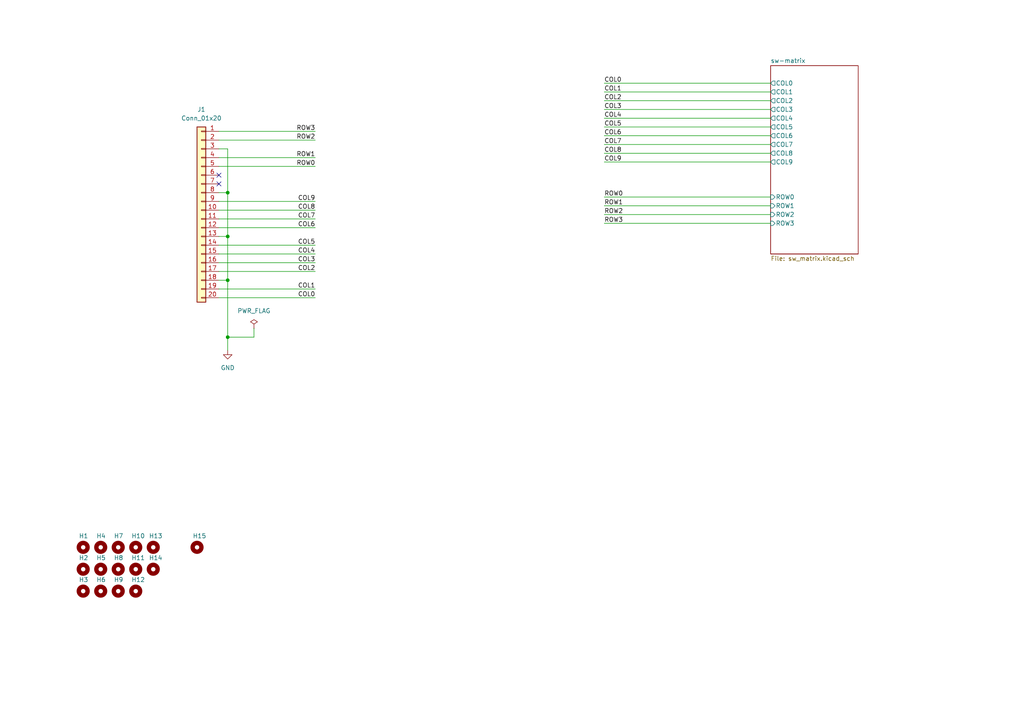
<source format=kicad_sch>
(kicad_sch (version 20250114) (generator "eeschema") (generator_version "9.0")
  (paper "A4")
  (lib_symbols
    (symbol "Connector_Generic:Conn_01x20" (pin_names (offset 1.016) (hide yes))
      (property "Reference" "J" (at 0 25.4 0))
      (property "Value" "Conn_01x20" (at 0 -27.94 0))
      (symbol "Conn_01x20_1_1"
        (rectangle (start -1.27 24.13) (end 1.27 -26.67) (stroke (width 0.254)) (fill (type background)))
        (rectangle (start -1.27 22.987) (end 0 22.733) (stroke (width 0.1524)))
        (rectangle (start -1.27 20.447) (end 0 20.193) (stroke (width 0.1524)))
        (rectangle (start -1.27 17.907) (end 0 17.653) (stroke (width 0.1524)))
        (rectangle (start -1.27 15.367) (end 0 15.113) (stroke (width 0.1524)))
        (rectangle (start -1.27 12.827) (end 0 12.573) (stroke (width 0.1524)))
        (rectangle (start -1.27 10.287) (end 0 10.033) (stroke (width 0.1524)))
        (rectangle (start -1.27 7.747) (end 0 7.493) (stroke (width 0.1524)))
        (rectangle (start -1.27 5.207) (end 0 4.953) (stroke (width 0.1524)))
        (rectangle (start -1.27 2.667) (end 0 2.413) (stroke (width 0.1524)))
        (rectangle (start -1.27 0.127) (end 0 -0.127) (stroke (width 0.1524)))
        (rectangle (start -1.27 -2.413) (end 0 -2.667) (stroke (width 0.1524)))
        (rectangle (start -1.27 -4.953) (end 0 -5.207) (stroke (width 0.1524)))
        (rectangle (start -1.27 -7.493) (end 0 -7.747) (stroke (width 0.1524)))
        (rectangle (start -1.27 -10.033) (end 0 -10.287) (stroke (width 0.1524)))
        (rectangle (start -1.27 -12.573) (end 0 -12.827) (stroke (width 0.1524)))
        (rectangle (start -1.27 -15.113) (end 0 -15.367) (stroke (width 0.1524)))
        (rectangle (start -1.27 -17.653) (end 0 -17.907) (stroke (width 0.1524)))
        (rectangle (start -1.27 -20.193) (end 0 -20.447) (stroke (width 0.1524)))
        (rectangle (start -1.27 -22.733) (end 0 -22.987) (stroke (width 0.1524)))
        (rectangle (start -1.27 -25.273) (end 0 -25.527) (stroke (width 0.1524)))
        (pin passive line (at -5.08 22.86 0) (length 3.81) (name "Pin_1") (number "1"))
        (pin passive line (at -5.08 20.32 0) (length 3.81) (name "Pin_2") (number "2"))
        (pin passive line (at -5.08 17.78 0) (length 3.81) (name "Pin_3") (number "3"))
        (pin passive line (at -5.08 15.24 0) (length 3.81) (name "Pin_4") (number "4"))
        (pin passive line (at -5.08 12.7 0) (length 3.81) (name "Pin_5") (number "5"))
        (pin passive line (at -5.08 10.16 0) (length 3.81) (name "Pin_6") (number "6"))
        (pin passive line (at -5.08 7.62 0) (length 3.81) (name "Pin_7") (number "7"))
        (pin passive line (at -5.08 5.08 0) (length 3.81) (name "Pin_8") (number "8"))
        (pin passive line (at -5.08 2.54 0) (length 3.81) (name "Pin_9") (number "9"))
        (pin passive line (at -5.08 0 0) (length 3.81) (name "Pin_10") (number "10"))
        (pin passive line (at -5.08 -2.54 0) (length 3.81) (name "Pin_11") (number "11"))
        (pin passive line (at -5.08 -5.08 0) (length 3.81) (name "Pin_12") (number "12"))
        (pin passive line (at -5.08 -7.62 0) (length 3.81) (name "Pin_13") (number "13"))
        (pin passive line (at -5.08 -10.16 0) (length 3.81) (name "Pin_14") (number "14"))
        (pin passive line (at -5.08 -12.7 0) (length 3.81) (name "Pin_15") (number "15"))
        (pin passive line (at -5.08 -15.24 0) (length 3.81) (name "Pin_16") (number "16"))
        (pin passive line (at -5.08 -17.78 0) (length 3.81) (name "Pin_17") (number "17"))
        (pin passive line (at -5.08 -20.32 0) (length 3.81) (name "Pin_18") (number "18"))
        (pin passive line (at -5.08 -22.86 0) (length 3.81) (name "Pin_19") (number "19"))
        (pin passive line (at -5.08 -25.4 0) (length 3.81) (name "Pin_20") (number "20"))
      )
    )
    (symbol "Mechanical:MountingHole" (pin_names (offset 1.016)) (exclude_from_sim yes) (in_bom no)
      (property "Reference" "H" (at 0 5.08 0))
      (property "Value" "MountingHole" (at 0 3.175 0))
      (symbol "MountingHole_0_1"
        (circle (center 0 0) (radius 1.27) (stroke (width 1.27)))
      )
    )
    (symbol "power:GND" (power) (pin_numbers (hide yes)) (pin_names (offset 0) (hide yes))
      (property "Value" "GND" (at 0 -3.81 0))
      (symbol "GND_0_1"
        (polyline (pts (xy 0 0) (xy 0 -1.27) (xy 1.27 -1.27) (xy 0 -2.54) (xy -1.27 -1.27) (xy 0 -1.27)))
      )
      (symbol "GND_1_1"
        (pin power_in line (at 0 0 270) (length 0) (name "~") (number "1"))
      )
    )
    (symbol "power:PWR_FLAG" (power) (pin_numbers (hide yes)) (pin_names (offset 0) (hide yes))
      (property "Value" "PWR_FLAG" (at 0 3.81 0))
      (symbol "PWR_FLAG_0_0"
        (pin power_out line (at 0 0 90) (length 0) (name "~") (number "1"))
      )
      (symbol "PWR_FLAG_0_1"
        (polyline (pts (xy 0 0) (xy 0 1.27) (xy -1.016 1.905) (xy 0 2.54) (xy 1.016 1.905) (xy 0 1.27)))
      )
    )
  )
  (junction (at 66.04 97.79))
  (junction (at 66.04 81.28))
  (junction (at 66.04 55.88))
  (junction (at 66.04 68.58))
  (no_connect (at 63.5 50.8))
  (no_connect (at 63.5 53.34))
  (wire (pts (xy 63.5 83.82) (xy 91.44 83.82)))
  (wire (pts (xy 175.26 26.67) (xy 223.52 26.67)))
  (wire (pts (xy 175.26 41.91) (xy 223.52 41.91)))
  (wire (pts (xy 63.5 73.66) (xy 91.44 73.66)))
  (wire (pts (xy 63.5 78.74) (xy 91.44 78.74)))
  (wire (pts (xy 63.5 68.58) (xy 66.04 68.58)))
  (wire (pts (xy 175.26 62.23) (xy 223.52 62.23)))
  (wire (pts (xy 63.5 38.1) (xy 91.44 38.1)))
  (wire (pts (xy 63.5 71.12) (xy 91.44 71.12)))
  (wire (pts (xy 63.5 60.96) (xy 91.44 60.96)))
  (wire (pts (xy 175.26 39.37) (xy 223.52 39.37)))
  (wire (pts (xy 63.5 40.64) (xy 91.44 40.64)))
  (wire (pts (xy 63.5 76.2) (xy 91.44 76.2)))
  (wire (pts (xy 63.5 63.5) (xy 91.44 63.5)))
  (wire (pts (xy 66.04 68.58) (xy 66.04 81.28)))
  (wire (pts (xy 175.26 24.13) (xy 223.52 24.13)))
  (wire (pts (xy 175.26 34.29) (xy 223.52 34.29)))
  (wire (pts (xy 63.5 55.88) (xy 66.04 55.88)))
  (wire (pts (xy 175.26 44.45) (xy 223.52 44.45)))
  (wire (pts (xy 66.04 81.28) (xy 66.04 97.79)))
  (wire (pts (xy 73.66 95.25) (xy 73.66 97.79)))
  (wire (pts (xy 63.5 48.26) (xy 91.44 48.26)))
  (wire (pts (xy 63.5 81.28) (xy 66.04 81.28)))
  (wire (pts (xy 63.5 66.04) (xy 91.44 66.04)))
  (wire (pts (xy 63.5 43.18) (xy 66.04 43.18)))
  (wire (pts (xy 175.26 59.69) (xy 223.52 59.69)))
  (wire (pts (xy 175.26 36.83) (xy 223.52 36.83)))
  (wire (pts (xy 63.5 45.72) (xy 91.44 45.72)))
  (wire (pts (xy 175.26 29.21) (xy 223.52 29.21)))
  (wire (pts (xy 175.26 31.75) (xy 223.52 31.75)))
  (wire (pts (xy 66.04 97.79) (xy 73.66 97.79)))
  (wire (pts (xy 66.04 97.79) (xy 66.04 101.6)))
  (wire (pts (xy 175.26 57.15) (xy 223.52 57.15)))
  (wire (pts (xy 66.04 43.18) (xy 66.04 55.88)))
  (wire (pts (xy 175.26 46.99) (xy 223.52 46.99)))
  (wire (pts (xy 63.5 86.36) (xy 91.44 86.36)))
  (wire (pts (xy 63.5 58.42) (xy 91.44 58.42)))
  (wire (pts (xy 175.26 64.77) (xy 223.52 64.77)))
  (wire (pts (xy 66.04 55.88) (xy 66.04 68.58)))
  (label "COL5" (at 91.44 71.12 180))
  (label "ROW0" (at 175.26 57.15 0))
  (label "ROW1" (at 175.26 59.69 0))
  (label "ROW3" (at 175.26 64.77 0))
  (label "COL9" (at 91.44 58.42 180))
  (label "ROW3" (at 91.44 38.1 180))
  (label "ROW1" (at 91.44 45.72 180))
  (label "ROW2" (at 175.26 62.23 0))
  (label "COL3" (at 91.44 76.2 180))
  (label "COL3" (at 175.26 31.75 0))
  (label "COL6" (at 91.44 66.04 180))
  (label "COL4" (at 175.26 34.29 0))
  (label "COL0" (at 175.26 24.13 0))
  (label "COL7" (at 175.26 41.91 0))
  (label "ROW0" (at 91.44 48.26 180))
  (label "COL1" (at 91.44 83.82 180))
  (label "ROW2" (at 91.44 40.64 180))
  (label "COL8" (at 175.26 44.45 0))
  (label "COL2" (at 175.26 29.21 0))
  (label "COL9" (at 175.26 46.99 0))
  (label "COL6" (at 175.26 39.37 0))
  (label "COL2" (at 91.44 78.74 180))
  (label "COL7" (at 91.44 63.5 180))
  (label "COL5" (at 175.26 36.83 0))
  (label "COL4" (at 91.44 73.66 180))
  (label "COL8" (at 91.44 60.96 180))
  (label "COL1" (at 175.26 26.67 0))
  (label "COL0" (at 91.44 86.36 180))
  (symbol (lib_id "Mechanical:MountingHole") (at 34.29 165.1 0) (unit 1) (exclude_from_sim yes) (in_bom no)
    (property "Reference" "H8" (at 33.02 161.798 0) (effects (justify left)))
    (property "Value" "MountingHole" (effects (hide yes)))
    (property "Footprint" "my_keyswitch:my_MountingHole_2.2mm_M2" (effects (hide yes)))
    (property "Description" "Mounting Hole without connection" (effects (hide yes)))
  )
  (symbol (lib_id "Mechanical:MountingHole") (at 44.45 158.75 0) (unit 1) (exclude_from_sim yes) (in_bom no)
    (property "Reference" "H13" (at 43.18 155.448 0) (effects (justify left)))
    (property "Value" "MountingHole" (effects (hide yes)))
    (property "Footprint" "my_keyswitch:my_MountingHole_2.2mm_M2" (effects (hide yes)))
    (property "Description" "Mounting Hole without connection" (effects (hide yes)))
  )
  (symbol (lib_id "Mechanical:MountingHole") (at 39.37 158.75 0) (unit 1) (exclude_from_sim yes) (in_bom no)
    (property "Reference" "H10" (at 38.1 155.448 0) (effects (justify left)))
    (property "Value" "MountingHole" (effects (hide yes)))
    (property "Footprint" "my_keyswitch:my_MountingHole_2.2mm_M2" (effects (hide yes)))
    (property "Description" "Mounting Hole without connection" (effects (hide yes)))
  )
  (symbol (lib_id "Mechanical:MountingHole") (at 24.13 165.1 0) (unit 1) (exclude_from_sim yes) (in_bom no)
    (property "Reference" "H2" (at 22.86 161.798 0) (effects (justify left)))
    (property "Value" "MountingHole" (effects (hide yes)))
    (property "Footprint" "my_keyswitch:my_MountingHole_2.2mm_M2" (effects (hide yes)))
    (property "Description" "Mounting Hole without connection" (effects (hide yes)))
  )
  (symbol (lib_id "Mechanical:MountingHole") (at 57.15 158.75 0) (unit 1) (exclude_from_sim yes) (in_bom no)
    (property "Reference" "H15" (at 55.88 155.448 0) (effects (justify left)))
    (property "Value" "MountingHole" (effects (hide yes)))
    (property "Footprint" "my_keyswitch:my_MountingHole_2.2mm_M2" (effects (hide yes)))
    (property "Description" "Mounting Hole without connection" (effects (hide yes)))
  )
  (symbol (lib_id "Connector_Generic:Conn_01x20") (at 58.42 60.96 0) (mirror y) (unit 1)
    (property "Reference" "J1" (at 58.42 31.75 0))
    (property "Value" "Conn_01x20" (at 58.42 34.29 0))
    (property "Footprint" "my_keyswitch:my_PinHeader_1x20_P2.54mm_Vertical_p0.85" (effects (hide yes)))
    (property "Description" "Generic connector, single row, 01x20, script generated (kicad-library-utils/schlib/autogen/connector/)" (effects (hide yes)))
  )
  (symbol (lib_id "Mechanical:MountingHole") (at 39.37 165.1 0) (unit 1) (exclude_from_sim yes) (in_bom no)
    (property "Reference" "H11" (at 38.1 161.798 0) (effects (justify left)))
    (property "Value" "MountingHole" (effects (hide yes)))
    (property "Footprint" "my_keyswitch:my_MountingHole_2.2mm_M2" (effects (hide yes)))
    (property "Description" "Mounting Hole without connection" (effects (hide yes)))
  )
  (symbol (lib_id "Mechanical:MountingHole") (at 44.45 165.1 0) (unit 1) (exclude_from_sim yes) (in_bom no)
    (property "Reference" "H14" (at 43.18 161.798 0) (effects (justify left)))
    (property "Value" "MountingHole" (effects (hide yes)))
    (property "Footprint" "my_keyswitch:my_MountingHole_2.2mm_M2" (effects (hide yes)))
    (property "Description" "Mounting Hole without connection" (effects (hide yes)))
  )
  (symbol (lib_id "Mechanical:MountingHole") (at 39.37 171.45 0) (unit 1) (exclude_from_sim yes) (in_bom no)
    (property "Reference" "H12" (at 38.1 168.148 0) (effects (justify left)))
    (property "Value" "MountingHole" (effects (hide yes)))
    (property "Footprint" "my_keyswitch:my_MountingHole_2.2mm_M2" (effects (hide yes)))
    (property "Description" "Mounting Hole without connection" (effects (hide yes)))
  )
  (symbol (lib_id "Mechanical:MountingHole") (at 29.21 158.75 0) (unit 1) (exclude_from_sim yes) (in_bom no)
    (property "Reference" "H4" (at 27.94 155.448 0) (effects (justify left)))
    (property "Value" "MountingHole" (effects (hide yes)))
    (property "Footprint" "my_keyswitch:my_MountingHole_2.2mm_M2" (effects (hide yes)))
    (property "Description" "Mounting Hole without connection" (effects (hide yes)))
  )
  (symbol (lib_id "power:GND") (at 66.04 101.6 0) (unit 1)
    (property "Reference" "#PWR01" (effects (hide yes)))
    (property "Value" "GND" (at 66.04 106.68 0))
    (property "Description" "Power symbol creates a global label with name \"GND\" , ground" (effects (hide yes)))
  )
  (symbol (lib_id "Mechanical:MountingHole") (at 34.29 158.75 0) (unit 1) (exclude_from_sim yes) (in_bom no)
    (property "Reference" "H7" (at 33.02 155.448 0) (effects (justify left)))
    (property "Value" "MountingHole" (effects (hide yes)))
    (property "Footprint" "my_keyswitch:my_MountingHole_2.2mm_M2" (effects (hide yes)))
    (property "Description" "Mounting Hole without connection" (effects (hide yes)))
  )
  (symbol (lib_id "Mechanical:MountingHole") (at 24.13 158.75 0) (unit 1) (exclude_from_sim yes) (in_bom no)
    (property "Reference" "H1" (at 22.86 155.448 0) (effects (justify left)))
    (property "Value" "MountingHole" (effects (hide yes)))
    (property "Footprint" "my_keyswitch:my_MountingHole_2.2mm_M2" (effects (hide yes)))
    (property "Description" "Mounting Hole without connection" (effects (hide yes)))
  )
  (symbol (lib_id "Mechanical:MountingHole") (at 29.21 165.1 0) (unit 1) (exclude_from_sim yes) (in_bom no)
    (property "Reference" "H5" (at 27.94 161.798 0) (effects (justify left)))
    (property "Value" "MountingHole" (effects (hide yes)))
    (property "Footprint" "my_keyswitch:my_MountingHole_2.2mm_M2" (effects (hide yes)))
    (property "Description" "Mounting Hole without connection" (effects (hide yes)))
  )
  (symbol (lib_id "Mechanical:MountingHole") (at 29.21 171.45 0) (unit 1) (exclude_from_sim yes) (in_bom no)
    (property "Reference" "H6" (at 27.94 168.148 0) (effects (justify left)))
    (property "Value" "MountingHole" (effects (hide yes)))
    (property "Footprint" "my_keyswitch:my_MountingHole_2.2mm_M2" (effects (hide yes)))
    (property "Description" "Mounting Hole without connection" (effects (hide yes)))
  )
  (symbol (lib_id "Mechanical:MountingHole") (at 34.29 171.45 0) (unit 1) (exclude_from_sim yes) (in_bom no)
    (property "Reference" "H9" (at 33.02 168.148 0) (effects (justify left)))
    (property "Value" "MountingHole" (effects (hide yes)))
    (property "Footprint" "my_keyswitch:my_MountingHole_2.2mm_M2" (effects (hide yes)))
    (property "Description" "Mounting Hole without connection" (effects (hide yes)))
  )
  (symbol (lib_id "power:PWR_FLAG") (at 73.66 95.25 0) (unit 1)
    (property "Reference" "#FLG01" (effects (hide yes)))
    (property "Value" "PWR_FLAG" (at 73.66 90.17 0))
    (property "Description" "Special symbol for telling ERC where power comes from" (effects (hide yes)))
  )
  (symbol (lib_id "Mechanical:MountingHole") (at 24.13 171.45 0) (unit 1) (exclude_from_sim yes) (in_bom no)
    (property "Reference" "H3" (at 22.86 168.148 0) (effects (justify left)))
    (property "Value" "MountingHole" (effects (hide yes)))
    (property "Footprint" "my_keyswitch:my_MountingHole_2.2mm_M2" (effects (hide yes)))
    (property "Description" "Mounting Hole without connection" (effects (hide yes)))
  )
  (sheet (at 223.52 19.05) (size 25.4 54.61) (stroke (width 0.1524))
    (property "Sheetname" "sw-matrix" (at 223.52 18.3384 0) (effects (justify left bottom)))
    (property "Sheetfile" "sw_matrix.kicad_sch" (at 223.52 74.2446 0) (effects (justify left top)))
    (pin "COL1" output (at 223.52 26.67 180))
    (pin "COL2" output (at 223.52 29.21 180))
    (pin "COL0" output (at 223.52 24.13 180))
    (pin "ROW0" input (at 223.52 57.15 180))
    (pin "ROW1" input (at 223.52 59.69 180))
    (pin "ROW2" input (at 223.52 62.23 180))
    (pin "ROW3" input (at 223.52 64.77 180))
    (pin "COL4" output (at 223.52 34.29 180))
    (pin "COL3" output (at 223.52 31.75 180))
    (pin "COL8" output (at 223.52 44.45 180))
    (pin "COL9" output (at 223.52 46.99 180))
    (pin "COL7" output (at 223.52 41.91 180))
    (pin "COL6" output (at 223.52 39.37 180))
    (pin "COL5" output (at 223.52 36.83 180))
  )
)
</source>
